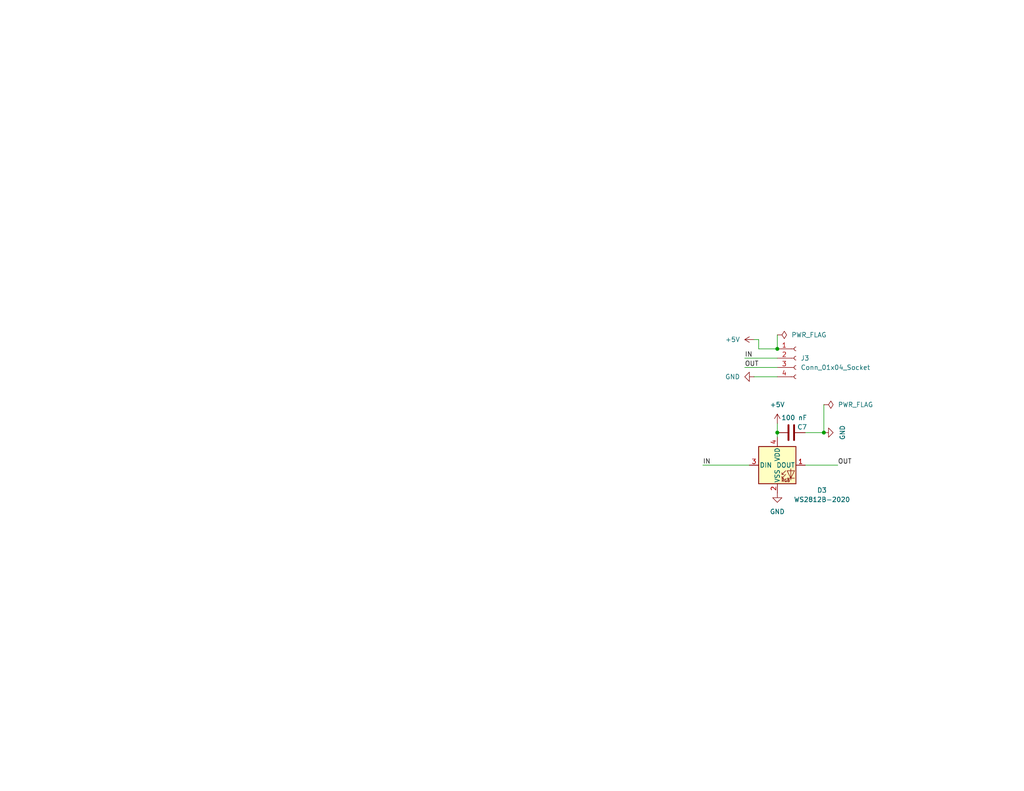
<source format=kicad_sch>
(kicad_sch (version 20231120) (generator "eeschema") (generator_version "8.0")
  (paper "USLetter")
  (title_block (title "Modular battlemap devboard") (rev "1"))
  (lib_symbols
    (symbol "Connector:Conn_01x04_Socket" (pin_names (offset 1.016) hide)
      (property "Reference" "J" (at 0 5.08 0))
      (property "Value" "Conn_01x04_Socket" (at 0 -7.62 0))
      (symbol "Conn_01x04_Socket_1_1"
        (arc (start 0 -4.572) (mid -0.5058 -5.08) (end 0 -5.588) (stroke (width 0.1524)))
        (arc (start 0 -2.032) (mid -0.5058 -2.54) (end 0 -3.048) (stroke (width 0.1524)))
        (polyline (pts (xy -1.27 -5.08) (xy -0.508 -5.08)) (stroke (width 0.1524)))
        (polyline (pts (xy -1.27 -2.54) (xy -0.508 -2.54)) (stroke (width 0.1524)))
        (polyline (pts (xy -1.27 0) (xy -0.508 0)) (stroke (width 0.1524)))
        (polyline (pts (xy -1.27 2.54) (xy -0.508 2.54)) (stroke (width 0.1524)))
        (arc (start 0 0.508) (mid -0.5058 0) (end 0 -0.508) (stroke (width 0.1524)))
        (arc (start 0 3.048) (mid -0.5058 2.54) (end 0 2.032) (stroke (width 0.1524)))
        (pin passive line (at -5.08 2.54 0) (length 3.81) (name "Pin_1") (number "1"))
        (pin passive line (at -5.08 0 0) (length 3.81) (name "Pin_2") (number "2"))
        (pin passive line (at -5.08 -2.54 0) (length 3.81) (name "Pin_3") (number "3"))
        (pin passive line (at -5.08 -5.08 0) (length 3.81) (name "Pin_4") (number "4"))
      )
    )
    (symbol "Device:C" (pin_numbers hide) (pin_names (offset 0.254))
      (property "Reference" "C" (at 0.635 2.54 0))
      (property "Value" "C" (at 0.635 -2.54 0))
      (symbol "C_0_1"
        (polyline (pts (xy -2.032 -0.762) (xy 2.032 -0.762)) (stroke (width 0.508)))
        (polyline (pts (xy -2.032 0.762) (xy 2.032 0.762)) (stroke (width 0.508)))
      )
      (symbol "C_1_1"
        (pin passive line (at 0 3.81 270) (length 2.794) (name "~") (number "1"))
        (pin passive line (at 0 -3.81 90) (length 2.794) (name "~") (number "2"))
      )
    )
    (symbol "LED:WS2812B-2020" (pin_names (offset 0.254))
      (property "Reference" "D" (at 5.08 5.715 0))
      (property "Value" "WS2812B-2020" (at 1.27 -5.715 0))
      (symbol "WS2812B-2020_0_0"
        (text "RGB" (at 2.286 -4.191 0) (effects (font (size 0.762 0.762))))
      )
      (symbol "WS2812B-2020_0_1"
        (polyline (pts (xy 1.27 -3.556) (xy 1.778 -3.556)))
        (polyline (pts (xy 1.27 -2.54) (xy 1.778 -2.54)))
        (polyline (pts (xy 4.699 -3.556) (xy 2.667 -3.556)))
        (polyline (pts (xy 2.286 -2.54) (xy 1.27 -3.556) (xy 1.27 -3.048)))
        (polyline (pts (xy 2.286 -1.524) (xy 1.27 -2.54) (xy 1.27 -2.032)))
        (polyline (pts (xy 3.683 -1.016) (xy 3.683 -3.556) (xy 3.683 -4.064)))
        (polyline (pts (xy 4.699 -1.524) (xy 2.667 -1.524) (xy 3.683 -3.556) (xy 4.699 -1.524)))
        (rectangle (start 5.08 5.08) (end -5.08 -5.08) (stroke (width 0.254)) (fill (type background)))
      )
      (symbol "WS2812B-2020_1_1"
        (pin output line (at 7.62 0 180) (length 2.54) (name "DOUT") (number "1"))
        (pin power_in line (at 0 -7.62 90) (length 2.54) (name "VSS") (number "2"))
        (pin input line (at -7.62 0 0) (length 2.54) (name "DIN") (number "3"))
        (pin power_in line (at 0 7.62 270) (length 2.54) (name "VDD") (number "4"))
      )
    )
    (symbol "power:+5V" (power) (pin_numbers hide) (pin_names (offset 0) hide)
      (property "Value" "+5V" (at 0 3.556 0))
      (symbol "+5V_0_1"
        (polyline (pts (xy -0.762 1.27) (xy 0 2.54)))
        (polyline (pts (xy 0 0) (xy 0 2.54)))
        (polyline (pts (xy 0 2.54) (xy 0.762 1.27)))
      )
      (symbol "+5V_1_1"
        (pin power_in line (at 0 0 90) (length 0) (name "~") (number "1"))
      )
    )
    (symbol "power:GND" (power) (pin_numbers hide) (pin_names (offset 0) hide)
      (property "Value" "GND" (at 0 -3.81 0))
      (symbol "GND_0_1"
        (polyline (pts (xy 0 0) (xy 0 -1.27) (xy 1.27 -1.27) (xy 0 -2.54) (xy -1.27 -1.27) (xy 0 -1.27)))
      )
      (symbol "GND_1_1"
        (pin power_in line (at 0 0 270) (length 0) (name "~") (number "1"))
      )
    )
    (symbol "power:PWR_FLAG" (power) (pin_numbers hide) (pin_names (offset 0) hide)
      (property "Value" "PWR_FLAG" (at 0 3.81 0))
      (symbol "PWR_FLAG_0_0"
        (pin power_out line (at 0 0 90) (length 0) (name "~") (number "1"))
      )
      (symbol "PWR_FLAG_0_1"
        (polyline (pts (xy 0 0) (xy 0 1.27) (xy -1.016 1.905) (xy 0 2.54) (xy 1.016 1.905) (xy 0 1.27)))
      )
    )
  )
  (junction (at 212.09 95.25))
  (junction (at 212.09 118.11))
  (junction (at 224.79 118.11))
  (wire (pts (xy 191.77 127) (xy 204.47 127)))
  (wire (pts (xy 224.79 110.49) (xy 224.79 118.11)))
  (wire (pts (xy 203.2 100.33) (xy 212.09 100.33)))
  (wire (pts (xy 205.74 92.71) (xy 207.01 92.71)))
  (wire (pts (xy 207.01 92.71) (xy 207.01 95.25)))
  (wire (pts (xy 212.09 91.44) (xy 212.09 95.25)))
  (wire (pts (xy 212.09 115.57) (xy 212.09 118.11)))
  (wire (pts (xy 212.09 118.11) (xy 212.09 119.38)))
  (wire (pts (xy 219.71 118.11) (xy 224.79 118.11)))
  (wire (pts (xy 207.01 95.25) (xy 212.09 95.25)))
  (wire (pts (xy 205.74 102.87) (xy 212.09 102.87)))
  (wire (pts (xy 219.71 127) (xy 228.6 127)))
  (wire (pts (xy 203.2 97.79) (xy 212.09 97.79)))
  (label "OUT" (at 203.2 100.33 0))
  (label "IN" (at 203.2 97.79 0))
  (label "IN" (at 191.77 127 0))
  (label "OUT" (at 228.6 127 0))
  (symbol (lib_id "power:GND") (at 224.79 118.11 90) (unit 1)
    (property "Reference" "#PWR021" (effects (hide yes)))
    (property "Value" "GND" (at 229.87 118.11 0))
    (property "Description" "Power symbol creates a global label with name \"GND\" , ground" (effects (hide yes)))
  )
  (symbol (lib_id "power:+5V") (at 205.74 92.71 90) (unit 1)
    (property "Reference" "#PWR027" (effects (hide yes)))
    (property "Value" "+5V" (at 201.93 92.7099 90) (effects (justify left)))
    (property "Description" "Power symbol creates a global label with name \"+5V\"" (effects (hide yes)))
  )
  (symbol (lib_id "power:GND") (at 212.09 134.62 0) (unit 1)
    (property "Reference" "#PWR020" (effects (hide yes)))
    (property "Value" "GND" (at 212.09 139.7 0))
    (property "Description" "Power symbol creates a global label with name \"GND\" , ground" (effects (hide yes)))
  )
  (symbol (lib_id "Connector:Conn_01x04_Socket") (at 217.17 97.79 0) (unit 1)
    (property "Reference" "J3" (at 218.44 97.7899 0) (effects (justify left)))
    (property "Value" "Conn_01x04_Socket" (at 218.44 100.3299 0) (effects (justify left)))
    (property "Footprint" "Connector_PinHeader_2.54mm:PinHeader_1x04_P2.54mm_Vertical" (effects (hide yes)))
    (property "Description" "Generic connector, single row, 01x04, script generated" (effects (hide yes)))
  )
  (symbol (lib_id "LED:WS2812B-2020") (at 212.09 127 0) (unit 1)
    (property "Reference" "D3" (at 224.282 133.858 0))
    (property "Value" "WS2812B-2020" (at 224.282 136.398 0))
    (property "Footprint" "LED_SMD:LED_WS2812B-2020_PLCC4_2.0x2.0mm" (effects (hide yes)))
    (property "Datasheet" "https://cdn-shop.adafruit.com/product-files/4684/4684_WS2812B-2020_V1.3_EN.pdf" (effects (hide yes)))
    (property "Description" "RGB LED with integrated controller, 2.0 x 2.0 mm, 12 mA" (effects (hide yes)))
  )
  (symbol (lib_id "power:PWR_FLAG") (at 212.09 91.44 270) (unit 1)
    (property "Reference" "#FLG01" (effects (hide yes)))
    (property "Value" "PWR_FLAG" (at 215.9 91.4399 90) (effects (justify left)))
    (property "Description" "Special symbol for telling ERC where power comes from" (effects (hide yes)))
  )
  (symbol (lib_id "power:PWR_FLAG") (at 224.79 110.49 270) (unit 1)
    (property "Reference" "#FLG02" (effects (hide yes)))
    (property "Value" "PWR_FLAG" (at 228.6 110.4899 90) (effects (justify left)))
    (property "Description" "Special symbol for telling ERC where power comes from" (effects (hide yes)))
  )
  (symbol (lib_id "power:+5V") (at 212.09 115.57 0) (unit 1)
    (property "Reference" "#PWR019" (effects (hide yes)))
    (property "Value" "+5V" (at 212.09 110.49 0))
    (property "Description" "Power symbol creates a global label with name \"+5V\"" (effects (hide yes)))
  )
  (symbol (lib_id "Device:C") (at 215.9 118.11 90) (unit 1)
    (property "Reference" "C7" (at 220.218 116.586 90) (effects (justify left)))
    (property "Value" "100 nF" (at 220.218 114.046 90) (effects (justify left)))
    (property "Footprint" "Capacitor_SMD:C_0603_1608Metric" (effects (hide yes)))
    (property "Description" "Unpolarized capacitor" (effects (hide yes)))
  )
  (symbol (lib_id "power:GND") (at 205.74 102.87 270) (unit 1)
    (property "Reference" "#PWR028" (effects (hide yes)))
    (property "Value" "GND" (at 201.93 102.8699 90) (effects (justify right)))
    (property "Description" "Power symbol creates a global label with name \"GND\" , ground" (effects (hide yes)))
  )
)
</source>
